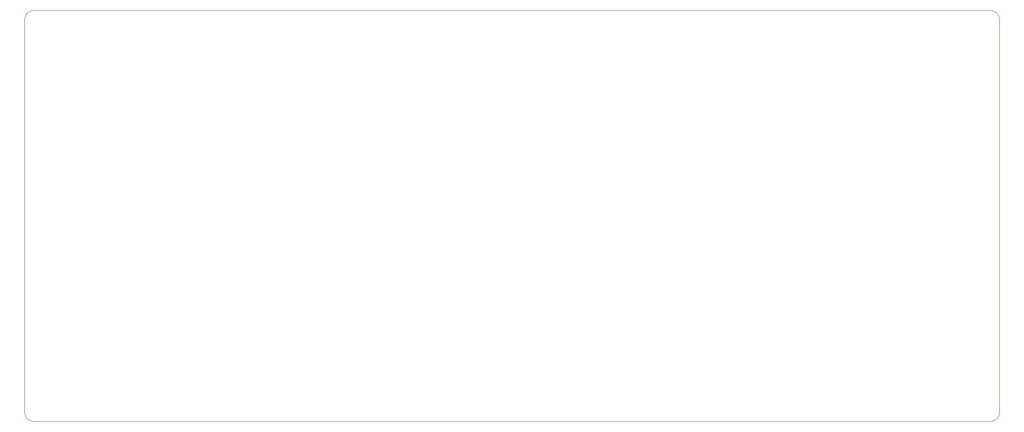
<source format=gbo>
%TF.GenerationSoftware,KiCad,Pcbnew,6.99.0-unknown-e6dc28fb2e~146~ubuntu21.10.1*%
%TF.CreationDate,2022-01-16T23:48:23-05:00*%
%TF.ProjectId,Alpsterium-pcb,416c7073-7465-4726-9975-6d2d7063622e,rev?*%
%TF.SameCoordinates,Original*%
%TF.FileFunction,Legend,Bot*%
%TF.FilePolarity,Positive*%
%FSLAX46Y46*%
G04 Gerber Fmt 4.6, Leading zero omitted, Abs format (unit mm)*
G04 Created by KiCad (PCBNEW 6.99.0-unknown-e6dc28fb2e~146~ubuntu21.10.1) date 2022-01-16 23:48:23*
%MOMM*%
%LPD*%
G01*
G04 APERTURE LIST*
G04 Aperture macros list*
%AMHorizOval*
0 Thick line with rounded ends*
0 $1 width*
0 $2 $3 position (X,Y) of the first rounded end (center of the circle)*
0 $4 $5 position (X,Y) of the second rounded end (center of the circle)*
0 Add line between two ends*
20,1,$1,$2,$3,$4,$5,0*
0 Add two circle primitives to create the rounded ends*
1,1,$1,$2,$3*
1,1,$1,$4,$5*%
G04 Aperture macros list end*
%TA.AperFunction,Profile*%
%ADD10C,0.150000*%
%TD*%
%ADD11C,1.750000*%
%ADD12C,3.987800*%
%ADD13HorizOval,2.250000X0.655001X0.730000X-0.655001X-0.730000X0*%
%ADD14C,2.250000*%
%ADD15HorizOval,2.250000X0.020000X0.290000X-0.020000X-0.290000X0*%
%ADD16R,1.600000X1.600000*%
%ADD17O,1.600000X1.600000*%
%ADD18C,2.000000*%
%ADD19C,1.701800*%
%ADD20C,3.048000*%
%ADD21HorizOval,2.250000X0.290000X-0.019999X-0.290000X0.019999X0*%
%ADD22HorizOval,2.250000X0.730004X-0.654995X-0.730004X0.654995X0*%
%ADD23O,0.650000X1.000000*%
%ADD24O,0.900000X2.400000*%
%ADD25O,0.900000X1.700000*%
%ADD26C,1.400000*%
%ADD27O,1.400000X1.400000*%
%ADD28HorizOval,2.250000X-0.655001X-0.730000X0.655001X0.730000X0*%
%ADD29HorizOval,2.250000X-0.020000X-0.290000X0.020000X0.290000X0*%
G04 APERTURE END LIST*
D10*
X40451560Y-55313500D02*
G75*
G03*
X37147501Y-58623559I2999J-3307058D01*
G01*
X384810000Y-58617560D02*
G75*
G03*
X381499941Y-55313501I-3307058J-2999D01*
G01*
X381505940Y-201930000D02*
G75*
G03*
X384809999Y-198619941I-2999J3307058D01*
G01*
X384810000Y-58617560D02*
X384809999Y-198619941D01*
X37147500Y-198625940D02*
X37147501Y-58623559D01*
X381505940Y-201930000D02*
X40457559Y-201929999D01*
X40451560Y-55313500D02*
X381499941Y-55313500D01*
X37147500Y-198625940D02*
G75*
G03*
X40457559Y-201929999I3307058J2999D01*
G01*
%LPC*%
D11*
X60634900Y-115887500D03*
D12*
X65714900Y-115887500D03*
D11*
X70794900Y-115887500D03*
D13*
X62559901Y-112617500D03*
D14*
X63214900Y-111887500D03*
D15*
X68234900Y-111097500D03*
D14*
X68254900Y-110807500D03*
D11*
X203676300Y-134937500D03*
D12*
X208756300Y-134937500D03*
D11*
X213836300Y-134937500D03*
D13*
X205601301Y-131667500D03*
D14*
X206256300Y-130937500D03*
D15*
X211276300Y-130147500D03*
D14*
X211296300Y-129857500D03*
D16*
X321967200Y-70054900D03*
D17*
X321967200Y-75134900D03*
D16*
X108530600Y-67574700D03*
D17*
X108530600Y-72654700D03*
D16*
X297229700Y-70054900D03*
D17*
X297229700Y-75134900D03*
D16*
X371442200Y-70054900D03*
D17*
X371442200Y-75134900D03*
D16*
X336102900Y-70054900D03*
D17*
X336102900Y-75134900D03*
D16*
X339636800Y-59680500D03*
D17*
X339636800Y-64760500D03*
D16*
X46981400Y-65094400D03*
D17*
X46981400Y-70174400D03*
D16*
X89094000Y-67574700D03*
D17*
X89094000Y-72654700D03*
D16*
X105291200Y-65094400D03*
D17*
X105291200Y-70174400D03*
D16*
X121488400Y-70054900D03*
D17*
X121488400Y-75134900D03*
D16*
X137685500Y-67574700D03*
D17*
X137685500Y-72654700D03*
D16*
X170079900Y-70054900D03*
D17*
X170079900Y-75134900D03*
D16*
X202474200Y-65094400D03*
D17*
X202474200Y-70174400D03*
D16*
X304297600Y-70054900D03*
D17*
X304297600Y-75134900D03*
D16*
X304297600Y-59680500D03*
D17*
X304297600Y-64760500D03*
D16*
X300763600Y-70054900D03*
D17*
X300763600Y-75134900D03*
D16*
X300763600Y-59680500D03*
D17*
X300763600Y-64760500D03*
D16*
X297229700Y-59680500D03*
D17*
X297229700Y-64760500D03*
D16*
X336102900Y-59680500D03*
D17*
X336102900Y-64760500D03*
D16*
X374976100Y-70054900D03*
D17*
X374976100Y-75134900D03*
D16*
X50220800Y-67574700D03*
D17*
X50220800Y-72654700D03*
D16*
X72896900Y-70054900D03*
D17*
X72896900Y-75134900D03*
D16*
X85854600Y-65094400D03*
D17*
X85854600Y-70174400D03*
D16*
X102051800Y-70054900D03*
D17*
X102051800Y-75134900D03*
D16*
X118248900Y-67574700D03*
D17*
X118248900Y-72654700D03*
D16*
X134446100Y-65094400D03*
D17*
X134446100Y-70174400D03*
D16*
X153882700Y-65094400D03*
D17*
X153882700Y-70174400D03*
D16*
X166840400Y-67574700D03*
D17*
X166840400Y-72654700D03*
D16*
X173319300Y-65094400D03*
D17*
X173319300Y-70174400D03*
D16*
X189516500Y-70054900D03*
D17*
X189516500Y-75134900D03*
D16*
X205713700Y-67373500D03*
D17*
X205713700Y-72453500D03*
D16*
X307831500Y-59680500D03*
D17*
X307831500Y-64760500D03*
D16*
X332569000Y-70054900D03*
D17*
X332569000Y-75134900D03*
D16*
X360840400Y-70054900D03*
D17*
X360840400Y-75134900D03*
D16*
X364374300Y-70054900D03*
D17*
X364374300Y-75134900D03*
D16*
X367908200Y-70054900D03*
D17*
X367908200Y-75134900D03*
D16*
X53460300Y-70054900D03*
D17*
X53460300Y-75134900D03*
D16*
X76136300Y-65094400D03*
D17*
X76136300Y-70174400D03*
D16*
X92333500Y-70054900D03*
D17*
X92333500Y-75134900D03*
D16*
X124727800Y-65094400D03*
D17*
X124727800Y-70174400D03*
D16*
X140925000Y-70054900D03*
D17*
X140925000Y-75134900D03*
D16*
X157122100Y-67574700D03*
D17*
X157122100Y-72654700D03*
D16*
X176558700Y-67574700D03*
D17*
X176558700Y-72654700D03*
D16*
X186277000Y-67373500D03*
D17*
X186277000Y-72453500D03*
D16*
X192755900Y-65094400D03*
D17*
X192755900Y-70174400D03*
D16*
X307831500Y-70054900D03*
D17*
X307831500Y-75134900D03*
D16*
X321967200Y-59680500D03*
D17*
X321967200Y-64760500D03*
D16*
X325501100Y-59680500D03*
D17*
X325501100Y-64760500D03*
D16*
X332569000Y-59680500D03*
D17*
X332569000Y-64760500D03*
D16*
X350238600Y-70054900D03*
D17*
X350238600Y-75134900D03*
D16*
X353772500Y-70054900D03*
D17*
X353772500Y-75134900D03*
D16*
X357306400Y-70054900D03*
D17*
X357306400Y-75134900D03*
D16*
X56699700Y-65094400D03*
D17*
X56699700Y-70174400D03*
D16*
X79375700Y-67574700D03*
D17*
X79375700Y-72654700D03*
D16*
X95572900Y-65094400D03*
D17*
X95572900Y-70174400D03*
D16*
X111770100Y-70054900D03*
D17*
X111770100Y-75134900D03*
D16*
X127967200Y-67574700D03*
D17*
X127967200Y-72654700D03*
D16*
X144164400Y-65094400D03*
D17*
X144164400Y-70174400D03*
D16*
X160361600Y-70054900D03*
D17*
X160361600Y-75134900D03*
D16*
X179798200Y-70054900D03*
D17*
X179798200Y-75134900D03*
D16*
X195995300Y-67373500D03*
D17*
X195995300Y-72453500D03*
D16*
X208953100Y-70054900D03*
D17*
X208953100Y-75134900D03*
D16*
X311365400Y-59680500D03*
D17*
X311365400Y-64760500D03*
D16*
X318433300Y-70054900D03*
D17*
X318433300Y-75134900D03*
D16*
X329035000Y-70054900D03*
D17*
X329035000Y-75134900D03*
D16*
X59939100Y-67574700D03*
D17*
X59939100Y-72654700D03*
D16*
X82615200Y-70054900D03*
D17*
X82615200Y-75134900D03*
D16*
X98812300Y-67574700D03*
D17*
X98812300Y-72654700D03*
D16*
X115009500Y-65094400D03*
D17*
X115009500Y-70174400D03*
D16*
X131206700Y-70054900D03*
D17*
X131206700Y-75134900D03*
D16*
X147403800Y-67574700D03*
D17*
X147403800Y-72654700D03*
D16*
X163601000Y-65094400D03*
D17*
X163601000Y-70174400D03*
D16*
X183037600Y-65094400D03*
D17*
X183037600Y-70174400D03*
D16*
X199234800Y-70054900D03*
D17*
X199234800Y-75134900D03*
D16*
X311365400Y-70054900D03*
D17*
X311365400Y-75134900D03*
D16*
X318433300Y-59680500D03*
D17*
X318433300Y-64760500D03*
D16*
X329035000Y-59680500D03*
D17*
X329035000Y-64760500D03*
D16*
X346704700Y-70054900D03*
D17*
X346704700Y-75134900D03*
D16*
X63178600Y-70054900D03*
D17*
X63178600Y-75134900D03*
D16*
X66418000Y-65094400D03*
D17*
X66418000Y-70174400D03*
D16*
X69657400Y-67574700D03*
D17*
X69657400Y-72654700D03*
D16*
X150643300Y-70054900D03*
D17*
X150643300Y-75134900D03*
D16*
X314899300Y-59680500D03*
D17*
X314899300Y-64760500D03*
D16*
X339636800Y-70054900D03*
D17*
X339636800Y-75134900D03*
D16*
X343170700Y-70054900D03*
D17*
X343170700Y-75134900D03*
D18*
X158284600Y-57289700D03*
X164784600Y-57289700D03*
X158284600Y-61789700D03*
X164784600Y-61789700D03*
D11*
X41751300Y-92075000D03*
D12*
X46831300Y-92075000D03*
D11*
X51911300Y-92075000D03*
D13*
X43676301Y-88805000D03*
D14*
X44331300Y-88075000D03*
D15*
X49351300Y-87285000D03*
D14*
X49371300Y-86995000D03*
D11*
X79715400Y-92075000D03*
D12*
X84795400Y-92075000D03*
D11*
X89875400Y-92075000D03*
D13*
X81640401Y-88805000D03*
D14*
X82295400Y-88075000D03*
D15*
X87315400Y-87285000D03*
D14*
X87335400Y-86995000D03*
D11*
X98755200Y-92075000D03*
D12*
X103835200Y-92075000D03*
D11*
X108915200Y-92075000D03*
D13*
X100680201Y-88805000D03*
D14*
X101335200Y-88075000D03*
D15*
X106355200Y-87285000D03*
D14*
X106375200Y-86995000D03*
D11*
X117795000Y-92075000D03*
D12*
X122875000Y-92075000D03*
D11*
X127955000Y-92075000D03*
D13*
X119720001Y-88805000D03*
D14*
X120375000Y-88075000D03*
D15*
X125395000Y-87285000D03*
D14*
X125415000Y-86995000D03*
D11*
X136840000Y-92075000D03*
D12*
X141920000Y-92075000D03*
D11*
X147000000Y-92075000D03*
D13*
X138765001Y-88805000D03*
D14*
X139420000Y-88075000D03*
D15*
X144440000Y-87285000D03*
D14*
X144460000Y-86995000D03*
D11*
X165430200Y-92075000D03*
D12*
X170510200Y-92075000D03*
D11*
X175590200Y-92075000D03*
D13*
X167355201Y-88805000D03*
D14*
X168010200Y-88075000D03*
D15*
X173030200Y-87285000D03*
D14*
X173050200Y-86995000D03*
D11*
X184480200Y-92075000D03*
D12*
X189560200Y-92075000D03*
D11*
X194640200Y-92075000D03*
D13*
X186405201Y-88805000D03*
D14*
X187060200Y-88075000D03*
D15*
X192080200Y-87285000D03*
D14*
X192100200Y-86995000D03*
D11*
X203520000Y-92075000D03*
D12*
X208600000Y-92075000D03*
D11*
X213680000Y-92075000D03*
D13*
X205445001Y-88805000D03*
D14*
X206100000Y-88075000D03*
D15*
X211120000Y-87285000D03*
D14*
X211140000Y-86995000D03*
D11*
X222559900Y-92075000D03*
D12*
X227639900Y-92075000D03*
D11*
X232719900Y-92075000D03*
D13*
X224484901Y-88805000D03*
D14*
X225139900Y-88075000D03*
D15*
X230159900Y-87285000D03*
D14*
X230179900Y-86995000D03*
D11*
X251150100Y-92075000D03*
D12*
X256230100Y-92075000D03*
D11*
X261310100Y-92075000D03*
D13*
X253075101Y-88805000D03*
D14*
X253730100Y-88075000D03*
D15*
X258750100Y-87285000D03*
D14*
X258770100Y-86995000D03*
D11*
X270190000Y-92075000D03*
D12*
X275270000Y-92075000D03*
D11*
X280350000Y-92075000D03*
D13*
X272115001Y-88805000D03*
D14*
X272770000Y-88075000D03*
D15*
X277790000Y-87285000D03*
D14*
X277810000Y-86995000D03*
D11*
X289234900Y-92075000D03*
D12*
X294314900Y-92075000D03*
D11*
X299394900Y-92075000D03*
D13*
X291159901Y-88805000D03*
D14*
X291814900Y-88075000D03*
D15*
X296834900Y-87285000D03*
D14*
X296854900Y-86995000D03*
D11*
X308075000Y-92075000D03*
D12*
X313155000Y-92075000D03*
D11*
X318235000Y-92075000D03*
D13*
X310000001Y-88805000D03*
D14*
X310655000Y-88075000D03*
D15*
X315675000Y-87285000D03*
D14*
X315695000Y-86995000D03*
D11*
X332263800Y-92075000D03*
D12*
X337343800Y-92075000D03*
D11*
X342423800Y-92075000D03*
D13*
X334188801Y-88805000D03*
D14*
X334843800Y-88075000D03*
D15*
X339863800Y-87285000D03*
D14*
X339883800Y-86995000D03*
D11*
X351155000Y-92075000D03*
D12*
X356235000Y-92075000D03*
D11*
X361315000Y-92075000D03*
D13*
X353080001Y-88805000D03*
D14*
X353735000Y-88075000D03*
D15*
X358755000Y-87285000D03*
D14*
X358775000Y-86995000D03*
D11*
X370363800Y-92075000D03*
D12*
X375443800Y-92075000D03*
D11*
X380523800Y-92075000D03*
D13*
X372288801Y-88805000D03*
D14*
X372943800Y-88075000D03*
D15*
X377963800Y-87285000D03*
D14*
X377983800Y-86995000D03*
D11*
X41584900Y-115887500D03*
D12*
X46664900Y-115887500D03*
D11*
X51744900Y-115887500D03*
D13*
X43509901Y-112617500D03*
D14*
X44164900Y-111887500D03*
D15*
X49184900Y-111097500D03*
D14*
X49204900Y-110807500D03*
D11*
X79684900Y-115887500D03*
D12*
X84764900Y-115887500D03*
D11*
X89844900Y-115887500D03*
D13*
X81609901Y-112617500D03*
D14*
X82264900Y-111887500D03*
D15*
X87284900Y-111097500D03*
D14*
X87304900Y-110807500D03*
D11*
X98740000Y-115887500D03*
D12*
X103820000Y-115887500D03*
D11*
X108900000Y-115887500D03*
D13*
X100665001Y-112617500D03*
D14*
X101320000Y-111887500D03*
D15*
X106340000Y-111097500D03*
D14*
X106360000Y-110807500D03*
D11*
X117815400Y-115887500D03*
D12*
X122895400Y-115887500D03*
D11*
X127975400Y-115887500D03*
D13*
X119740401Y-112617500D03*
D14*
X120395400Y-111887500D03*
D15*
X125415400Y-111097500D03*
D14*
X125435400Y-110807500D03*
D11*
X136885700Y-115887500D03*
D12*
X141965700Y-115887500D03*
D11*
X147045700Y-115887500D03*
D13*
X138810701Y-112617500D03*
D14*
X139465700Y-111887500D03*
D15*
X144485700Y-111097500D03*
D14*
X144505700Y-110807500D03*
D11*
X155961100Y-115887500D03*
D12*
X161041100Y-115887500D03*
D11*
X166121100Y-115887500D03*
D13*
X157886101Y-112617500D03*
D14*
X158541100Y-111887500D03*
D15*
X163561100Y-111097500D03*
D14*
X163581100Y-110807500D03*
D11*
X175036500Y-115887500D03*
D12*
X180116500Y-115887500D03*
D11*
X185196500Y-115887500D03*
D13*
X176961501Y-112617500D03*
D14*
X177616500Y-111887500D03*
D15*
X182636500Y-111097500D03*
D14*
X182656500Y-110807500D03*
D11*
X194076300Y-115887500D03*
D12*
X199156300Y-115887500D03*
D11*
X204236300Y-115887500D03*
D13*
X196001301Y-112617500D03*
D14*
X196656300Y-111887500D03*
D15*
X201676300Y-111097500D03*
D14*
X201696300Y-110807500D03*
D11*
X213116200Y-115887500D03*
D12*
X218196200Y-115887500D03*
D11*
X223276200Y-115887500D03*
D13*
X215041201Y-112617500D03*
D14*
X215696200Y-111887500D03*
D15*
X220716200Y-111097500D03*
D14*
X220736200Y-110807500D03*
D11*
X232181400Y-115887500D03*
D12*
X237261400Y-115887500D03*
D11*
X242341400Y-115887500D03*
D13*
X234106401Y-112617500D03*
D14*
X234761400Y-111887500D03*
D15*
X239781400Y-111097500D03*
D14*
X239801400Y-110807500D03*
D11*
X251206000Y-115887500D03*
D12*
X256286000Y-115887500D03*
D11*
X261366000Y-115887500D03*
D13*
X253131001Y-112617500D03*
D14*
X253786000Y-111887500D03*
D15*
X258806000Y-111097500D03*
D14*
X258826000Y-110807500D03*
D11*
X270261100Y-115887500D03*
D12*
X275341100Y-115887500D03*
D11*
X280421100Y-115887500D03*
D13*
X272186101Y-112617500D03*
D14*
X272841100Y-111887500D03*
D15*
X277861100Y-111097500D03*
D14*
X277881100Y-110807500D03*
D11*
X289401300Y-115887500D03*
D12*
X294481300Y-115887500D03*
D11*
X299561300Y-115887500D03*
D13*
X291326301Y-112617500D03*
D14*
X291981300Y-111887500D03*
D15*
X297001300Y-111097500D03*
D14*
X297021300Y-110807500D03*
D11*
X332084700Y-115887500D03*
D12*
X337164700Y-115887500D03*
D11*
X342244700Y-115887500D03*
D13*
X334009701Y-112617500D03*
D14*
X334664700Y-111887500D03*
D15*
X339684700Y-111097500D03*
D14*
X339704700Y-110807500D03*
D11*
X351149900Y-115887500D03*
D12*
X356229900Y-115887500D03*
D11*
X361309900Y-115887500D03*
D13*
X353074901Y-112617500D03*
D14*
X353729900Y-111887500D03*
D15*
X358749900Y-111097500D03*
D14*
X358769900Y-110807500D03*
D11*
X370363800Y-115887500D03*
D12*
X375443800Y-115887500D03*
D11*
X380523800Y-115887500D03*
D13*
X372288801Y-112617500D03*
D14*
X372943800Y-111887500D03*
D15*
X377963800Y-111097500D03*
D14*
X377983800Y-110807500D03*
D11*
X46513800Y-134937500D03*
D12*
X51593800Y-134937500D03*
D11*
X56673800Y-134937500D03*
D13*
X48438801Y-131667500D03*
D14*
X49093800Y-130937500D03*
D15*
X54113800Y-130147500D03*
D14*
X54133800Y-129857500D03*
D11*
X70326300Y-134937500D03*
D12*
X75406300Y-134937500D03*
D11*
X80486300Y-134937500D03*
D13*
X72251301Y-131667500D03*
D14*
X72906300Y-130937500D03*
D15*
X77926300Y-130147500D03*
D14*
X77946300Y-129857500D03*
D11*
X89376300Y-134937500D03*
D12*
X94456300Y-134937500D03*
D11*
X99536300Y-134937500D03*
D13*
X91301301Y-131667500D03*
D14*
X91956300Y-130937500D03*
D15*
X96976300Y-130147500D03*
D14*
X96996300Y-129857500D03*
D11*
X108426300Y-134937500D03*
D12*
X113506300Y-134937500D03*
D11*
X118586300Y-134937500D03*
D13*
X110351301Y-131667500D03*
D14*
X111006300Y-130937500D03*
D15*
X116026300Y-130147500D03*
D14*
X116046300Y-129857500D03*
D11*
X127476300Y-134937500D03*
D12*
X132556300Y-134937500D03*
D11*
X137636300Y-134937500D03*
D13*
X129401301Y-131667500D03*
D14*
X130056300Y-130937500D03*
D15*
X135076300Y-130147500D03*
D14*
X135096300Y-129857500D03*
D11*
X146526300Y-134937500D03*
D12*
X151606300Y-134937500D03*
D11*
X156686300Y-134937500D03*
D13*
X148451301Y-131667500D03*
D14*
X149106300Y-130937500D03*
D15*
X154126300Y-130147500D03*
D14*
X154146300Y-129857500D03*
D11*
X165576300Y-134937500D03*
D12*
X170656300Y-134937500D03*
D11*
X175736300Y-134937500D03*
D13*
X167501301Y-131667500D03*
D14*
X168156300Y-130937500D03*
D15*
X173176300Y-130147500D03*
D14*
X173196300Y-129857500D03*
D11*
X184626300Y-134937500D03*
D12*
X189706300Y-134937500D03*
D11*
X194786300Y-134937500D03*
D13*
X186551301Y-131667500D03*
D14*
X187206300Y-130937500D03*
D15*
X192226300Y-130147500D03*
D14*
X192246300Y-129857500D03*
D11*
X222726300Y-134937500D03*
D12*
X227806300Y-134937500D03*
D11*
X232886300Y-134937500D03*
D13*
X224651301Y-131667500D03*
D14*
X225306300Y-130937500D03*
D15*
X230326300Y-130147500D03*
D14*
X230346300Y-129857500D03*
D11*
X241776300Y-134937500D03*
D12*
X246856300Y-134937500D03*
D11*
X251936300Y-134937500D03*
D13*
X243701301Y-131667500D03*
D14*
X244356300Y-130937500D03*
D15*
X249376300Y-130147500D03*
D14*
X249396300Y-129857500D03*
D11*
X260826300Y-134937500D03*
D12*
X265906300Y-134937500D03*
D11*
X270986300Y-134937500D03*
D13*
X262751301Y-131667500D03*
D14*
X263406300Y-130937500D03*
D15*
X268426300Y-130147500D03*
D14*
X268446300Y-129857500D03*
D11*
X279876300Y-134937500D03*
D12*
X284956300Y-134937500D03*
D11*
X290036300Y-134937500D03*
D13*
X281801301Y-131667500D03*
D14*
X282456300Y-130937500D03*
D15*
X287476300Y-130147500D03*
D14*
X287496300Y-129857500D03*
D12*
X302895000Y-132524500D03*
X302895000Y-156400500D03*
D19*
X311150000Y-139382500D03*
D12*
X311150000Y-144462500D03*
D19*
X311150000Y-149542500D03*
D20*
X318135000Y-132524500D03*
X318135000Y-156400500D03*
D14*
X313650000Y-148462500D03*
D21*
X315940000Y-146982499D03*
D14*
X316230000Y-147002500D03*
X308650000Y-148962500D03*
D22*
X314420004Y-141307495D03*
D14*
X315150000Y-141962500D03*
D11*
X332094800Y-134937500D03*
D12*
X337174800Y-134937500D03*
D11*
X342254800Y-134937500D03*
D13*
X334019801Y-131667500D03*
D14*
X334674800Y-130937500D03*
D15*
X339694800Y-130147500D03*
D14*
X339714800Y-129857500D03*
D11*
X351149900Y-134937500D03*
D12*
X356229900Y-134937500D03*
D11*
X361309900Y-134937500D03*
D13*
X353074901Y-131667500D03*
D14*
X353729900Y-130937500D03*
D15*
X358749900Y-130147500D03*
D14*
X358769900Y-129857500D03*
D11*
X370215200Y-134937500D03*
D12*
X375295200Y-134937500D03*
D11*
X380375200Y-134937500D03*
D13*
X372140201Y-131667500D03*
D14*
X372795200Y-130937500D03*
D15*
X377815200Y-130147500D03*
D14*
X377835200Y-129857500D03*
D11*
X48742600Y-153987500D03*
D12*
X53822600Y-153987500D03*
D11*
X58902600Y-153987500D03*
D13*
X50667601Y-150717500D03*
D14*
X51322600Y-149987500D03*
D15*
X56342600Y-149197500D03*
D14*
X56362600Y-148907500D03*
D11*
X74935100Y-153987500D03*
D12*
X80015100Y-153987500D03*
D11*
X85095100Y-153987500D03*
D13*
X76860101Y-150717500D03*
D14*
X77515100Y-149987500D03*
D15*
X82535100Y-149197500D03*
D14*
X82555100Y-148907500D03*
D11*
X93969800Y-153987500D03*
D12*
X99049800Y-153987500D03*
D11*
X104129800Y-153987500D03*
D13*
X95894801Y-150717500D03*
D14*
X96549800Y-149987500D03*
D15*
X101569800Y-149197500D03*
D14*
X101589800Y-148907500D03*
D11*
X113040200Y-153987500D03*
D12*
X118120200Y-153987500D03*
D11*
X123200200Y-153987500D03*
D13*
X114965201Y-150717500D03*
D14*
X115620200Y-149987500D03*
D15*
X120640200Y-149197500D03*
D14*
X120660200Y-148907500D03*
D11*
X132085100Y-153987500D03*
D12*
X137165100Y-153987500D03*
D11*
X142245100Y-153987500D03*
D13*
X134010101Y-150717500D03*
D14*
X134665100Y-149987500D03*
D15*
X139685100Y-149197500D03*
D14*
X139705100Y-148907500D03*
D11*
X151140200Y-153987500D03*
D12*
X156220200Y-153987500D03*
D11*
X161300200Y-153987500D03*
D13*
X153065201Y-150717500D03*
D14*
X153720200Y-149987500D03*
D15*
X158740200Y-149197500D03*
D14*
X158760200Y-148907500D03*
D11*
X170174900Y-153987500D03*
D12*
X175254900Y-153987500D03*
D11*
X180334900Y-153987500D03*
D13*
X172099901Y-150717500D03*
D14*
X172754900Y-149987500D03*
D15*
X177774900Y-149197500D03*
D14*
X177794900Y-148907500D03*
D11*
X189219800Y-153987500D03*
D12*
X194299800Y-153987500D03*
D11*
X199379800Y-153987500D03*
D13*
X191144801Y-150717500D03*
D14*
X191799800Y-149987500D03*
D15*
X196819800Y-149197500D03*
D14*
X196839800Y-148907500D03*
D11*
X208280000Y-153987500D03*
D12*
X213360000Y-153987500D03*
D11*
X218440000Y-153987500D03*
D13*
X210205001Y-150717500D03*
D14*
X210860000Y-149987500D03*
D15*
X215880000Y-149197500D03*
D14*
X215900000Y-148907500D03*
D11*
X227330000Y-153987500D03*
D12*
X232410000Y-153987500D03*
D11*
X237490000Y-153987500D03*
D13*
X229255001Y-150717500D03*
D14*
X229910000Y-149987500D03*
D15*
X234930000Y-149197500D03*
D14*
X234950000Y-148907500D03*
D11*
X246380000Y-153987500D03*
D12*
X251460000Y-153987500D03*
D11*
X256540000Y-153987500D03*
D13*
X248305001Y-150717500D03*
D14*
X248960000Y-149987500D03*
D15*
X253980000Y-149197500D03*
D14*
X254000000Y-148907500D03*
D11*
X265455400Y-153987500D03*
D12*
X270535400Y-153987500D03*
D11*
X275615400Y-153987500D03*
D13*
X267380401Y-150717500D03*
D14*
X268035400Y-149987500D03*
D15*
X273055400Y-149197500D03*
D14*
X273075400Y-148907500D03*
D11*
X284638800Y-153987500D03*
D12*
X289718800Y-153987500D03*
D11*
X294798800Y-153987500D03*
D13*
X286563801Y-150717500D03*
D14*
X287218800Y-149987500D03*
D15*
X292238800Y-149197500D03*
D14*
X292258800Y-148907500D03*
D20*
X44418300Y-166052500D03*
D12*
X44418300Y-181292500D03*
D11*
X51276300Y-173037500D03*
D12*
X56356300Y-173037500D03*
D11*
X61436300Y-173037500D03*
D20*
X68294300Y-166052500D03*
D12*
X68294300Y-181292500D03*
D13*
X53201301Y-169767500D03*
D14*
X53856300Y-169037500D03*
D15*
X58876300Y-168247500D03*
D14*
X58896300Y-167957500D03*
D11*
X79851300Y-173037500D03*
D12*
X84931300Y-173037500D03*
D11*
X90011300Y-173037500D03*
D13*
X81776301Y-169767500D03*
D14*
X82431300Y-169037500D03*
D15*
X87451300Y-168247500D03*
D14*
X87471300Y-167957500D03*
D11*
X98901300Y-173037500D03*
D12*
X103981300Y-173037500D03*
D11*
X109061300Y-173037500D03*
D13*
X100826301Y-169767500D03*
D14*
X101481300Y-169037500D03*
D15*
X106501300Y-168247500D03*
D14*
X106521300Y-167957500D03*
D11*
X117951300Y-173037500D03*
D12*
X123031300Y-173037500D03*
D11*
X128111300Y-173037500D03*
D13*
X119876301Y-169767500D03*
D14*
X120531300Y-169037500D03*
D15*
X125551300Y-168247500D03*
D14*
X125571300Y-167957500D03*
D11*
X137001300Y-173037500D03*
D12*
X142081300Y-173037500D03*
D11*
X147161300Y-173037500D03*
D13*
X138926301Y-169767500D03*
D14*
X139581300Y-169037500D03*
D15*
X144601300Y-168247500D03*
D14*
X144621300Y-167957500D03*
D11*
X156051300Y-173037500D03*
D12*
X161131300Y-173037500D03*
D11*
X166211300Y-173037500D03*
D13*
X157976301Y-169767500D03*
D14*
X158631300Y-169037500D03*
D15*
X163651300Y-168247500D03*
D14*
X163671300Y-167957500D03*
D11*
X175101300Y-173037500D03*
D12*
X180181300Y-173037500D03*
D11*
X185261300Y-173037500D03*
D13*
X177026301Y-169767500D03*
D14*
X177681300Y-169037500D03*
D15*
X182701300Y-168247500D03*
D14*
X182721300Y-167957500D03*
D11*
X194151300Y-173037500D03*
D12*
X199231300Y-173037500D03*
D11*
X204311300Y-173037500D03*
D13*
X196076301Y-169767500D03*
D14*
X196731300Y-169037500D03*
D15*
X201751300Y-168247500D03*
D14*
X201771300Y-167957500D03*
D11*
X213201300Y-173037500D03*
D12*
X218281300Y-173037500D03*
D11*
X223361300Y-173037500D03*
D13*
X215126301Y-169767500D03*
D14*
X215781300Y-169037500D03*
D15*
X220801300Y-168247500D03*
D14*
X220821300Y-167957500D03*
D11*
X232251300Y-173037500D03*
D12*
X237331300Y-173037500D03*
D11*
X242411300Y-173037500D03*
D13*
X234176301Y-169767500D03*
D14*
X234831300Y-169037500D03*
D15*
X239851300Y-168247500D03*
D14*
X239871300Y-167957500D03*
D11*
X251301300Y-173037500D03*
D12*
X256381300Y-173037500D03*
D11*
X261461300Y-173037500D03*
D13*
X253226301Y-169767500D03*
D14*
X253881300Y-169037500D03*
D15*
X258901300Y-168247500D03*
D14*
X258921300Y-167957500D03*
D11*
X351155000Y-173037500D03*
D12*
X356235000Y-173037500D03*
D11*
X361315000Y-173037500D03*
D13*
X353080001Y-169767500D03*
D14*
X353735000Y-169037500D03*
D15*
X358755000Y-168247500D03*
D14*
X358775000Y-167957500D03*
D11*
X46513800Y-192087500D03*
D12*
X51593800Y-192087500D03*
D11*
X56673800Y-192087500D03*
D13*
X48438801Y-188817500D03*
D14*
X49093800Y-188087500D03*
D15*
X54113800Y-187297500D03*
D14*
X54133800Y-187007500D03*
D11*
X132238800Y-192087500D03*
D12*
X137318800Y-192087500D03*
D11*
X142398800Y-192087500D03*
D13*
X134163801Y-188817500D03*
D14*
X134818800Y-188087500D03*
D15*
X139838800Y-187297500D03*
D14*
X139858800Y-187007500D03*
D11*
X89376300Y-192087500D03*
D12*
X94456300Y-192087500D03*
D11*
X99536300Y-192087500D03*
D13*
X91301301Y-188817500D03*
D14*
X91956300Y-188087500D03*
D15*
X96976300Y-187297500D03*
D14*
X96996300Y-187007500D03*
D11*
X108426300Y-192087500D03*
D12*
X113506300Y-192087500D03*
D11*
X118586300Y-192087500D03*
D13*
X110351301Y-188817500D03*
D14*
X111006300Y-188087500D03*
D15*
X116026300Y-187297500D03*
D14*
X116046300Y-187007500D03*
D11*
X217963800Y-192087500D03*
D12*
X223043800Y-192087500D03*
D11*
X228123800Y-192087500D03*
D13*
X219888801Y-188817500D03*
D14*
X220543800Y-188087500D03*
D15*
X225563800Y-187297500D03*
D14*
X225583800Y-187007500D03*
D11*
X189388800Y-192087500D03*
D12*
X194468800Y-192087500D03*
D11*
X199548800Y-192087500D03*
D13*
X191313801Y-188817500D03*
D14*
X191968800Y-188087500D03*
D15*
X196988800Y-187297500D03*
D14*
X197008800Y-187007500D03*
D11*
X260826300Y-192087500D03*
D12*
X265906300Y-192087500D03*
D11*
X270986300Y-192087500D03*
D13*
X262751301Y-188817500D03*
D14*
X263406300Y-188087500D03*
D15*
X268426300Y-187297500D03*
D14*
X268446300Y-187007500D03*
D11*
X303688800Y-192087500D03*
D12*
X308768800Y-192087500D03*
D11*
X313848800Y-192087500D03*
D13*
X305613801Y-188817500D03*
D14*
X306268800Y-188087500D03*
D15*
X311288800Y-187297500D03*
D14*
X311308800Y-187007500D03*
D11*
X332110100Y-192087500D03*
D12*
X337190100Y-192087500D03*
D11*
X342270100Y-192087500D03*
D13*
X334035101Y-188817500D03*
D14*
X334690100Y-188087500D03*
D15*
X339710100Y-187297500D03*
D14*
X339730100Y-187007500D03*
D11*
X351149900Y-192087500D03*
D12*
X356229900Y-192087500D03*
D11*
X361309900Y-192087500D03*
D13*
X353074901Y-188817500D03*
D14*
X353729900Y-188087500D03*
D15*
X358749900Y-187297500D03*
D14*
X358769900Y-187007500D03*
D11*
X370205000Y-192087500D03*
D12*
X375285000Y-192087500D03*
D11*
X380365000Y-192087500D03*
D13*
X372130001Y-188817500D03*
D14*
X372785000Y-188087500D03*
D15*
X377805000Y-187297500D03*
D14*
X377825000Y-187007500D03*
D23*
X213991300Y-63897700D03*
X213141300Y-63897700D03*
X212291300Y-63897700D03*
X211441300Y-63897700D03*
X210591300Y-63897700D03*
X209741300Y-63897700D03*
X208891300Y-63897700D03*
X208041300Y-63897700D03*
X208036300Y-62572700D03*
X208886300Y-62572700D03*
X209736300Y-62572700D03*
X210586300Y-62572700D03*
X211436300Y-62572700D03*
X212286300Y-62572700D03*
X213136300Y-62572700D03*
X213991300Y-62572700D03*
D24*
X215341300Y-62917700D03*
D25*
X215341300Y-59537700D03*
D24*
X206691300Y-62917700D03*
D25*
X206691300Y-59537700D03*
D20*
X292068300Y-166052500D03*
D12*
X292068300Y-181292500D03*
D11*
X298926300Y-173037500D03*
D12*
X304006300Y-173037500D03*
D11*
X309086300Y-173037500D03*
D20*
X315944300Y-166052500D03*
D12*
X315944300Y-181292500D03*
D13*
X300851301Y-169767500D03*
D14*
X301506300Y-169037500D03*
D15*
X306526300Y-168247500D03*
D14*
X306546300Y-167957500D03*
D12*
X94456300Y-183832500D03*
D20*
X94456300Y-199072500D03*
D11*
X146526300Y-192087500D03*
D12*
X151606300Y-192087500D03*
D11*
X156686300Y-192087500D03*
D12*
X208756300Y-183832500D03*
D20*
X208756300Y-199072500D03*
D13*
X148451301Y-188817500D03*
D14*
X149106300Y-188087500D03*
D15*
X154126300Y-187297500D03*
D14*
X154146300Y-187007500D03*
D26*
X217487500Y-66833700D03*
D27*
X217487500Y-74453700D03*
D12*
X75438000Y-181292500D03*
D20*
X75438000Y-166052500D03*
D11*
X68580000Y-173037500D03*
D12*
X63500000Y-173037500D03*
D11*
X58420000Y-173037500D03*
D12*
X51562000Y-181292500D03*
D20*
X51562000Y-166052500D03*
D28*
X66654999Y-176307500D03*
D14*
X66000000Y-177037500D03*
D29*
X60980000Y-177827500D03*
D14*
X60960000Y-178117500D03*
X193560200Y-89575000D03*
X194060200Y-94575000D03*
D11*
X113823800Y-173037500D03*
D12*
X108743800Y-173037500D03*
D11*
X103663800Y-173037500D03*
D28*
X111898799Y-176307500D03*
D14*
X111243800Y-177037500D03*
D29*
X106223800Y-177827500D03*
D14*
X106203800Y-178117500D03*
X145920000Y-89575000D03*
X146420000Y-94575000D03*
D16*
X234637500Y-75887500D03*
D17*
X237177500Y-75887500D03*
X239717500Y-75887500D03*
X242257500Y-75887500D03*
X244797500Y-75887500D03*
X247337500Y-75887500D03*
X249877500Y-75887500D03*
X252417500Y-75887500D03*
X254957500Y-75887500D03*
X257497500Y-75887500D03*
X260037500Y-75887500D03*
X262577500Y-75887500D03*
X265117500Y-75887500D03*
X267657500Y-75887500D03*
X270197500Y-75887500D03*
X272737500Y-75887500D03*
X275277500Y-75887500D03*
X277817500Y-75887500D03*
X280357500Y-75887500D03*
X282897500Y-75887500D03*
X282897500Y-60647500D03*
X280357500Y-60647500D03*
X277817500Y-60647500D03*
X275277500Y-60647500D03*
X272737500Y-60647500D03*
X270197500Y-60647500D03*
X267657500Y-60647500D03*
X265117500Y-60647500D03*
X262577500Y-60647500D03*
X260037500Y-60647500D03*
X257497500Y-60647500D03*
X254957500Y-60647500D03*
X252417500Y-60647500D03*
X249877500Y-60647500D03*
X247337500Y-60647500D03*
X244797500Y-60647500D03*
X242257500Y-60647500D03*
X239717500Y-60647500D03*
X237177500Y-60647500D03*
X234637500Y-60647500D03*
D14*
X317155000Y-89575000D03*
X317655000Y-94575000D03*
X126875000Y-89575000D03*
X127375000Y-94575000D03*
X231639900Y-89575000D03*
X232139900Y-94575000D03*
D11*
X308451300Y-173037500D03*
D12*
X313531300Y-173037500D03*
D11*
X318611300Y-173037500D03*
D13*
X310376301Y-169767500D03*
D14*
X311031300Y-169037500D03*
D15*
X316051300Y-168247500D03*
D14*
X316071300Y-167957500D03*
D11*
X94773800Y-173037500D03*
D12*
X89693800Y-173037500D03*
D11*
X84613800Y-173037500D03*
D28*
X92848799Y-176307500D03*
D14*
X92193800Y-177037500D03*
D29*
X87173800Y-177827500D03*
D14*
X87153800Y-178117500D03*
X247618800Y-94575000D03*
X247118800Y-89575000D03*
D11*
X170338800Y-192087500D03*
D12*
X175418800Y-192087500D03*
D11*
X180498800Y-192087500D03*
D13*
X172263801Y-188817500D03*
D14*
X172918800Y-188087500D03*
D15*
X177938800Y-187297500D03*
D14*
X177958800Y-187007500D03*
D11*
X65563800Y-173037500D03*
D12*
X70643800Y-173037500D03*
D11*
X75723800Y-173037500D03*
D13*
X67488801Y-169767500D03*
D14*
X68143800Y-169037500D03*
D15*
X73163800Y-168247500D03*
D14*
X73183800Y-167957500D03*
D11*
X285273800Y-173037500D03*
D12*
X280193800Y-173037500D03*
D11*
X275113800Y-173037500D03*
D28*
X283348799Y-176307500D03*
D14*
X282693800Y-177037500D03*
D29*
X277673800Y-177827500D03*
D14*
X277653800Y-178117500D03*
D11*
X198913800Y-192087500D03*
D12*
X203993800Y-192087500D03*
D11*
X209073800Y-192087500D03*
D13*
X200838801Y-188817500D03*
D14*
X201493800Y-188087500D03*
D15*
X206513800Y-187297500D03*
D14*
X206533800Y-187007500D03*
D11*
X65563800Y-92075000D03*
D12*
X70643800Y-92075000D03*
D11*
X75723800Y-92075000D03*
D13*
X67488801Y-88805000D03*
D14*
X68143800Y-88075000D03*
D15*
X73163800Y-87285000D03*
D14*
X73183800Y-86995000D03*
D11*
X311467500Y-173037500D03*
D12*
X306387500Y-173037500D03*
D11*
X301307500Y-173037500D03*
D28*
X309542499Y-176307500D03*
D14*
X308887500Y-177037500D03*
D29*
X303867500Y-177827500D03*
D14*
X303847500Y-178117500D03*
X85693800Y-94575000D03*
X85193800Y-89575000D03*
D11*
X113823800Y-92075000D03*
D12*
X108743800Y-92075000D03*
D11*
X103663800Y-92075000D03*
D28*
X111898799Y-95345000D03*
D14*
X111243800Y-96075000D03*
D29*
X106223800Y-96865000D03*
D14*
X106203800Y-97155000D03*
X104743800Y-94575000D03*
X104243800Y-89575000D03*
D16*
X287273800Y-192881200D03*
D17*
X282193800Y-192881200D03*
D16*
X282257500Y-196056200D03*
D17*
X287337500Y-196056200D03*
D11*
X151923800Y-173037500D03*
D12*
X146843800Y-173037500D03*
D11*
X141763800Y-173037500D03*
D28*
X149998799Y-176307500D03*
D14*
X149343800Y-177037500D03*
D29*
X144323800Y-177827500D03*
D14*
X144303800Y-178117500D03*
D16*
X73088800Y-190500000D03*
D17*
X78168800Y-190500000D03*
D11*
X241776300Y-192087500D03*
D12*
X246856300Y-192087500D03*
D11*
X251936300Y-192087500D03*
D13*
X243701301Y-188817500D03*
D14*
X244356300Y-188087500D03*
D15*
X249376300Y-187297500D03*
D14*
X249396300Y-187007500D03*
X360235000Y-89575000D03*
X360735000Y-94575000D03*
D11*
X294798800Y-92075000D03*
D12*
X289718800Y-92075000D03*
D11*
X284638800Y-92075000D03*
D28*
X292873799Y-95345000D03*
D14*
X292218800Y-96075000D03*
D29*
X287198800Y-96865000D03*
D14*
X287178800Y-97155000D03*
D20*
X292068300Y-108902500D03*
D12*
X292068300Y-124142500D03*
D11*
X298926300Y-115887500D03*
D12*
X304006300Y-115887500D03*
D11*
X309086300Y-115887500D03*
D20*
X315944300Y-108902500D03*
D12*
X315944300Y-124142500D03*
D13*
X300851301Y-112617500D03*
D14*
X301506300Y-111887500D03*
D15*
X306526300Y-111097500D03*
D14*
X306546300Y-110807500D03*
D11*
X54292500Y-153987500D03*
D12*
X49212500Y-153987500D03*
D11*
X44132500Y-153987500D03*
D28*
X52367499Y-157257500D03*
D14*
X51712500Y-157987500D03*
D29*
X46692500Y-158777500D03*
D14*
X46672500Y-159067500D03*
D11*
X266223800Y-173037500D03*
D12*
X261143800Y-173037500D03*
D11*
X256063800Y-173037500D03*
D28*
X264298799Y-176307500D03*
D14*
X263643800Y-177037500D03*
D29*
X258623800Y-177827500D03*
D14*
X258603800Y-178117500D03*
D11*
X313848800Y-134937500D03*
D12*
X308768800Y-134937500D03*
D11*
X303688800Y-134937500D03*
D28*
X311923799Y-138207500D03*
D14*
X311268800Y-138937500D03*
D29*
X306248800Y-139727500D03*
D14*
X306228800Y-140017500D03*
X279270000Y-89575000D03*
X279770000Y-94575000D03*
D11*
X282257500Y-173037500D03*
D12*
X287337500Y-173037500D03*
D11*
X292417500Y-173037500D03*
D13*
X284182501Y-169767500D03*
D14*
X284837500Y-169037500D03*
D15*
X289857500Y-168247500D03*
D14*
X289877500Y-167957500D03*
D11*
X209073800Y-173037500D03*
D12*
X203993800Y-173037500D03*
D11*
X198913800Y-173037500D03*
D28*
X207148799Y-176307500D03*
D14*
X206493800Y-177037500D03*
D29*
X201473800Y-177827500D03*
D14*
X201453800Y-178117500D03*
X298314900Y-89575000D03*
X298814900Y-94575000D03*
D16*
X73088800Y-186531200D03*
D17*
X78168800Y-186531200D03*
D11*
X160813800Y-192087500D03*
D12*
X165893800Y-192087500D03*
D11*
X170973800Y-192087500D03*
D13*
X162738801Y-188817500D03*
D14*
X163393800Y-188087500D03*
D15*
X168413800Y-187297500D03*
D14*
X168433800Y-187007500D03*
D20*
X229425500Y-199072500D03*
D12*
X229425500Y-183832500D03*
D11*
X222567500Y-192087500D03*
D12*
X217487500Y-192087500D03*
D11*
X212407500Y-192087500D03*
D20*
X205549500Y-199072500D03*
D12*
X205549500Y-183832500D03*
D28*
X220642499Y-195357500D03*
D14*
X219987500Y-196087500D03*
D29*
X214967500Y-196877500D03*
D14*
X214947500Y-197167500D03*
X50831300Y-89575000D03*
X51331300Y-94575000D03*
D12*
X289687000Y-145732500D03*
D20*
X289687000Y-160972500D03*
D11*
X296545000Y-153987500D03*
D12*
X301625000Y-153987500D03*
D11*
X306705000Y-153987500D03*
D12*
X313563000Y-145732500D03*
D20*
X313563000Y-160972500D03*
D13*
X298470001Y-150717500D03*
D14*
X299125000Y-149987500D03*
D15*
X304145000Y-149197500D03*
D14*
X304165000Y-148907500D03*
X123793800Y-94575000D03*
X123293800Y-89575000D03*
D11*
X228123800Y-173037500D03*
D12*
X223043800Y-173037500D03*
D11*
X217963800Y-173037500D03*
D28*
X226198799Y-176307500D03*
D14*
X225543800Y-177037500D03*
D29*
X220523800Y-177827500D03*
D14*
X220503800Y-178117500D03*
D11*
X54292500Y-173037500D03*
D12*
X49212500Y-173037500D03*
D11*
X44132500Y-173037500D03*
D28*
X52367499Y-176307500D03*
D14*
X51712500Y-177037500D03*
D29*
X46692500Y-177827500D03*
D14*
X46672500Y-178117500D03*
D11*
X275748800Y-92075000D03*
D12*
X270668800Y-92075000D03*
D11*
X265588800Y-92075000D03*
D28*
X273823799Y-95345000D03*
D14*
X273168800Y-96075000D03*
D29*
X268148800Y-96865000D03*
D14*
X268128800Y-97155000D03*
D11*
X308451300Y-115887500D03*
D12*
X313531300Y-115887500D03*
D11*
X318611300Y-115887500D03*
D13*
X310376301Y-112617500D03*
D14*
X311031300Y-111887500D03*
D15*
X316051300Y-111097500D03*
D14*
X316071300Y-110807500D03*
D11*
X146526300Y-92075000D03*
D12*
X151606300Y-92075000D03*
D11*
X156686300Y-92075000D03*
D13*
X148451301Y-88805000D03*
D14*
X149106300Y-88075000D03*
D15*
X154126300Y-87285000D03*
D14*
X154146300Y-86995000D03*
D20*
X154019300Y-199072500D03*
D12*
X154019300Y-183832500D03*
D11*
X147161300Y-192087500D03*
D12*
X142081300Y-192087500D03*
D11*
X137001300Y-192087500D03*
D20*
X130143300Y-199072500D03*
D12*
X130143300Y-183832500D03*
D28*
X145236299Y-195357500D03*
D14*
X144581300Y-196087500D03*
D29*
X139561300Y-196877500D03*
D14*
X139541300Y-197167500D03*
D16*
X325437500Y-70326200D03*
D17*
X325437500Y-75406200D03*
D11*
X237648800Y-92075000D03*
D12*
X232568800Y-92075000D03*
D11*
X227488800Y-92075000D03*
D28*
X235723799Y-95345000D03*
D14*
X235068800Y-96075000D03*
D29*
X230048800Y-96865000D03*
D14*
X230028800Y-97155000D03*
X174510200Y-89575000D03*
X175010200Y-94575000D03*
X228568800Y-94575000D03*
X228068800Y-89575000D03*
D11*
X247173800Y-173037500D03*
D12*
X242093800Y-173037500D03*
D11*
X237013800Y-173037500D03*
D28*
X245248799Y-176307500D03*
D14*
X244593800Y-177037500D03*
D29*
X239573800Y-177827500D03*
D14*
X239553800Y-178117500D03*
D16*
X44450000Y-70054900D03*
D17*
X44450000Y-75134900D03*
D14*
X260230100Y-89575000D03*
X260730100Y-94575000D03*
X107835200Y-89575000D03*
X108335200Y-94575000D03*
D26*
X220662500Y-74453700D03*
D27*
X220662500Y-66833700D03*
D14*
X88795400Y-89575000D03*
X89295400Y-94575000D03*
D20*
X192119300Y-199072500D03*
D12*
X192119300Y-183832500D03*
D11*
X185261300Y-192087500D03*
D12*
X180181300Y-192087500D03*
D11*
X175101300Y-192087500D03*
D20*
X168243300Y-199072500D03*
D12*
X168243300Y-183832500D03*
D28*
X183336299Y-195357500D03*
D14*
X182681300Y-196087500D03*
D29*
X177661300Y-196877500D03*
D14*
X177641300Y-197167500D03*
X50831300Y-101481200D03*
X51331300Y-106481200D03*
D11*
X227488800Y-192087500D03*
D12*
X232568800Y-192087500D03*
D11*
X237648800Y-192087500D03*
D13*
X229413801Y-188817500D03*
D14*
X230068800Y-188087500D03*
D15*
X235088800Y-187297500D03*
D14*
X235108800Y-187007500D03*
D11*
X316230000Y-153987500D03*
D12*
X311150000Y-153987500D03*
D11*
X306070000Y-153987500D03*
D28*
X314304999Y-157257500D03*
D14*
X313650000Y-157987500D03*
D29*
X308630000Y-158777500D03*
D14*
X308610000Y-159067500D03*
D11*
X104298800Y-192087500D03*
D12*
X99218800Y-192087500D03*
D11*
X94138800Y-192087500D03*
D28*
X102373799Y-195357500D03*
D14*
X101718800Y-196087500D03*
D29*
X96698800Y-196877500D03*
D14*
X96678800Y-197167500D03*
D11*
X256698800Y-92075000D03*
D12*
X251618800Y-92075000D03*
D11*
X246538800Y-92075000D03*
D28*
X254773799Y-95345000D03*
D14*
X254118800Y-96075000D03*
D29*
X249098800Y-96865000D03*
D14*
X249078800Y-97155000D03*
D11*
X170973800Y-173037500D03*
D12*
X165893800Y-173037500D03*
D11*
X160813800Y-173037500D03*
D28*
X169048799Y-176307500D03*
D14*
X168393800Y-177037500D03*
D29*
X163373800Y-177827500D03*
D14*
X163353800Y-178117500D03*
X341343800Y-89575000D03*
X341843800Y-94575000D03*
X155606300Y-89575000D03*
X156106300Y-94575000D03*
D12*
X308800500Y-181292500D03*
D20*
X308800500Y-166052500D03*
D11*
X301942500Y-173037500D03*
D12*
X296862500Y-173037500D03*
D11*
X291782500Y-173037500D03*
D12*
X284924500Y-181292500D03*
D20*
X284924500Y-166052500D03*
D28*
X300017499Y-176307500D03*
D14*
X299362500Y-177037500D03*
D29*
X294342500Y-177827500D03*
D14*
X294322500Y-178117500D03*
X379443800Y-89575000D03*
X379943800Y-94575000D03*
D11*
X190023800Y-173037500D03*
D12*
X184943800Y-173037500D03*
D11*
X179863800Y-173037500D03*
D28*
X188098799Y-176307500D03*
D14*
X187443800Y-177037500D03*
D29*
X182423800Y-177827500D03*
D14*
X182403800Y-178117500D03*
X266668800Y-94575000D03*
X266168800Y-89575000D03*
D11*
X132873800Y-173037500D03*
D12*
X127793800Y-173037500D03*
D11*
X122713800Y-173037500D03*
D28*
X130948799Y-176307500D03*
D14*
X130293800Y-177037500D03*
D29*
X125273800Y-177827500D03*
D14*
X125253800Y-178117500D03*
D16*
X73088800Y-194468700D03*
D17*
X78168800Y-194468700D03*
D12*
X153955800Y-183832500D03*
D20*
X153955800Y-199072500D03*
D11*
X160813800Y-192087500D03*
D12*
X165893800Y-192087500D03*
D11*
X170973800Y-192087500D03*
D12*
X177831800Y-183832500D03*
D20*
X177831800Y-199072500D03*
D13*
X162738801Y-188817500D03*
D14*
X163393800Y-188087500D03*
D15*
X168413800Y-187297500D03*
D14*
X168433800Y-187007500D03*
X74643800Y-89575000D03*
X75143800Y-94575000D03*
X285718800Y-94575000D03*
X285218800Y-89575000D03*
D11*
X94773800Y-92075000D03*
D12*
X89693800Y-92075000D03*
D11*
X84613800Y-92075000D03*
D28*
X92848799Y-95345000D03*
D14*
X92193800Y-96075000D03*
D29*
X87173800Y-96865000D03*
D14*
X87153800Y-97155000D03*
X212600000Y-89575000D03*
X213100000Y-94575000D03*
D16*
X315118800Y-69913700D03*
D17*
X315118800Y-74993700D03*
D11*
X266223800Y-192087500D03*
D12*
X261143800Y-192087500D03*
D11*
X256063800Y-192087500D03*
D28*
X264298799Y-195357500D03*
D14*
X263643800Y-196087500D03*
D29*
X258623800Y-196877500D03*
D14*
X258603800Y-197167500D03*
D11*
X132873800Y-92075000D03*
D12*
X127793800Y-92075000D03*
D11*
X122713800Y-92075000D03*
D28*
X130948799Y-95345000D03*
D14*
X130293800Y-96075000D03*
D29*
X125273800Y-96865000D03*
D14*
X125253800Y-97155000D03*
D11*
X270351300Y-173037500D03*
D12*
X275431300Y-173037500D03*
D11*
X280511300Y-173037500D03*
D13*
X272276301Y-169767500D03*
D14*
X272931300Y-169037500D03*
D15*
X277951300Y-168247500D03*
D14*
X277971300Y-167957500D03*
M02*

</source>
